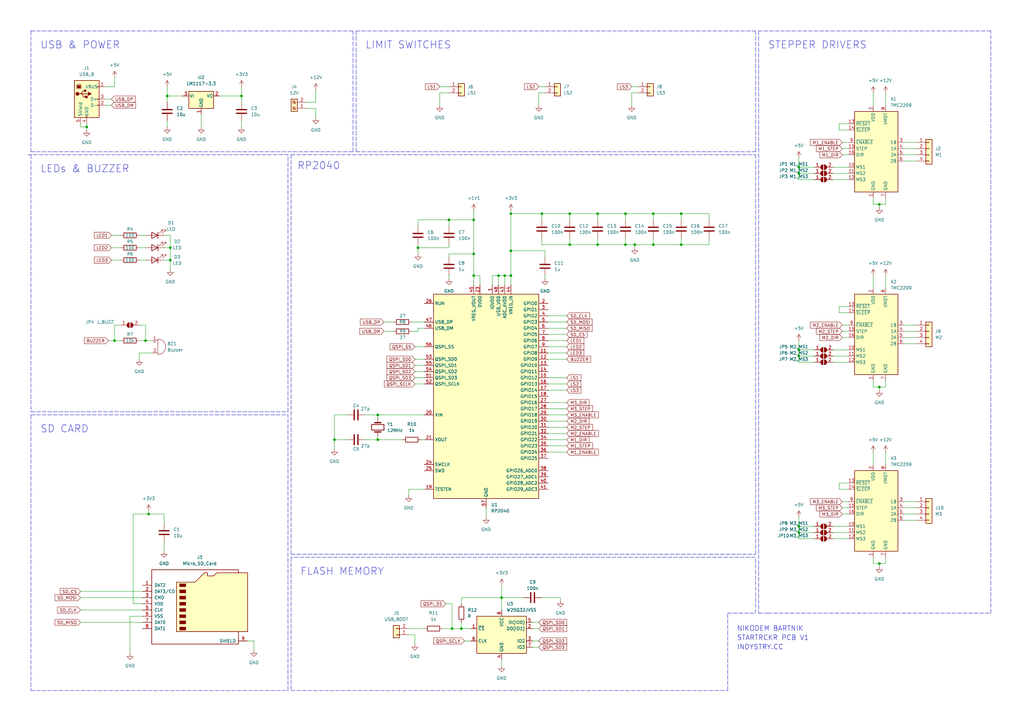
<source format=kicad_sch>
(kicad_sch (version 20211123) (generator eeschema)
  (paper "A3")
  (junction (at 327.66 143.51))
  (junction (at 233.68 100.33))
  (junction (at 209.55 102.87))
  (junction (at 189.23 257.81))
  (junction (at 207.01 113.03))
  (junction (at 222.25 87.63))
  (junction (at 184.15 90.17))
  (junction (at 279.4 100.33))
  (junction (at 185.42 257.81))
  (junction (at 68.58 39.37))
  (junction (at 327.66 218.44))
  (junction (at 35.56 52.07))
  (junction (at 204.47 113.03))
  (junction (at 69.85 101.6))
  (junction (at 267.97 100.33))
  (junction (at 99.06 39.37))
  (junction (at 69.85 106.68))
  (junction (at 46.99 139.7))
  (junction (at 154.94 180.34))
  (junction (at 59.69 139.7))
  (junction (at 245.11 100.33))
  (junction (at 256.54 87.63))
  (junction (at 327.66 215.9))
  (junction (at 256.54 100.33))
  (junction (at 233.68 87.63))
  (junction (at 279.4 87.63))
  (junction (at 267.97 87.63))
  (junction (at 245.11 87.63))
  (junction (at 327.66 68.58))
  (junction (at 360.68 231.14))
  (junction (at 360.68 83.82))
  (junction (at 194.31 104.14))
  (junction (at 60.96 210.82))
  (junction (at 327.66 146.05))
  (junction (at 171.45 101.6))
  (junction (at 205.74 245.11))
  (junction (at 137.16 180.34))
  (junction (at 360.68 158.75))
  (junction (at 154.94 170.18))
  (junction (at 327.66 71.12))
  (junction (at 209.55 113.03))
  (junction (at 194.31 90.17))
  (junction (at 260.35 100.33))
  (junction (at 209.55 87.63))
  (junction (at 194.31 113.03))
  (wire (pts (xy 256.54 87.63) (xy 256.54 90.17)))
  (wire (pts (xy 360.68 83.82) (xy 363.22 83.82)))
  (wire (pts (xy 279.4 97.79) (xy 279.4 100.33)))
  (wire (pts (xy 267.97 87.63) (xy 267.97 90.17)))
  (wire (pts (xy 173.99 200.66) (xy 167.64 200.66)))
  (wire (pts (xy 168.91 132.08) (xy 173.99 132.08)))
  (wire (pts (xy 33.02 255.27) (xy 58.42 255.27)))
  (wire (pts (xy 224.79 137.16) (xy 232.41 137.16)))
  (wire (pts (xy 207.01 113.03) (xy 207.01 116.84)))
  (wire (pts (xy 35.56 50.8) (xy 35.56 52.07)))
  (wire (pts (xy 220.98 35.56) (xy 223.52 35.56)))
  (wire (pts (xy 345.44 208.28) (xy 347.98 208.28)))
  (polyline (pts (xy 298.45 283.21) (xy 298.45 251.46)))
  (wire (pts (xy 196.85 116.84) (xy 196.85 113.03)))
  (wire (pts (xy 129.54 44.45) (xy 129.54 48.26)))
  (wire (pts (xy 33.02 250.19) (xy 58.42 250.19)))
  (wire (pts (xy 327.66 73.66) (xy 327.66 71.12)))
  (wire (pts (xy 167.64 260.35) (xy 170.18 260.35)))
  (wire (pts (xy 44.45 139.7) (xy 46.99 139.7)))
  (wire (pts (xy 33.02 245.11) (xy 58.42 245.11)))
  (wire (pts (xy 157.48 132.08) (xy 161.29 132.08)))
  (wire (pts (xy 222.25 87.63) (xy 233.68 87.63)))
  (polyline (pts (xy 309.88 228.6) (xy 119.38 228.6)))
  (wire (pts (xy 209.55 86.36) (xy 209.55 87.63)))
  (wire (pts (xy 184.15 90.17) (xy 194.31 90.17)))
  (wire (pts (xy 245.11 87.63) (xy 245.11 90.17)))
  (wire (pts (xy 196.85 113.03) (xy 194.31 113.03)))
  (polyline (pts (xy 314.96 251.46) (xy 406.4 251.46)))
  (wire (pts (xy 224.79 139.7) (xy 232.41 139.7)))
  (wire (pts (xy 68.58 35.56) (xy 68.58 39.37)))
  (wire (pts (xy 327.66 71.12) (xy 327.66 68.58)))
  (wire (pts (xy 189.23 245.11) (xy 205.74 245.11)))
  (wire (pts (xy 358.14 185.42) (xy 358.14 190.5)))
  (polyline (pts (xy 12.7 12.7) (xy 12.7 62.23)))
  (polyline (pts (xy 119.38 227.33) (xy 309.88 227.33)))
  (wire (pts (xy 224.79 170.18) (xy 232.41 170.18)))
  (wire (pts (xy 154.94 171.45) (xy 154.94 170.18)))
  (wire (pts (xy 194.31 86.36) (xy 194.31 90.17)))
  (wire (pts (xy 360.68 158.75) (xy 363.22 158.75)))
  (wire (pts (xy 360.68 231.14) (xy 363.22 231.14)))
  (wire (pts (xy 358.14 38.1) (xy 358.14 43.18)))
  (wire (pts (xy 182.88 247.65) (xy 185.42 247.65)))
  (wire (pts (xy 327.66 146.05) (xy 327.66 143.51)))
  (wire (pts (xy 345.44 133.35) (xy 347.98 133.35)))
  (wire (pts (xy 334.01 71.12) (xy 327.66 71.12)))
  (wire (pts (xy 33.02 50.8) (xy 33.02 52.07)))
  (wire (pts (xy 344.17 200.66) (xy 344.17 198.12)))
  (wire (pts (xy 189.23 255.27) (xy 189.23 257.81)))
  (wire (pts (xy 209.55 102.87) (xy 223.52 102.87)))
  (wire (pts (xy 90.17 39.37) (xy 99.06 39.37)))
  (wire (pts (xy 370.84 133.35) (xy 375.92 133.35)))
  (wire (pts (xy 125.73 44.45) (xy 129.54 44.45)))
  (wire (pts (xy 180.34 38.1) (xy 184.15 38.1)))
  (wire (pts (xy 154.94 170.18) (xy 173.99 170.18)))
  (wire (pts (xy 154.94 180.34) (xy 154.94 179.07)))
  (wire (pts (xy 99.06 39.37) (xy 99.06 41.91)))
  (wire (pts (xy 345.44 210.82) (xy 347.98 210.82)))
  (wire (pts (xy 184.15 113.03) (xy 184.15 114.3)))
  (wire (pts (xy 363.22 38.1) (xy 363.22 43.18)))
  (wire (pts (xy 224.79 142.24) (xy 232.41 142.24)))
  (wire (pts (xy 245.11 100.33) (xy 256.54 100.33)))
  (wire (pts (xy 54.61 247.65) (xy 54.61 210.82)))
  (wire (pts (xy 341.63 68.58) (xy 347.98 68.58)))
  (wire (pts (xy 256.54 100.33) (xy 260.35 100.33)))
  (wire (pts (xy 370.84 208.28) (xy 375.92 208.28)))
  (polyline (pts (xy 146.05 12.7) (xy 146.05 62.23)))
  (wire (pts (xy 224.79 132.08) (xy 232.41 132.08)))
  (polyline (pts (xy 12.7 170.18) (xy 118.11 170.18)))
  (wire (pts (xy 245.11 87.63) (xy 256.54 87.63)))
  (wire (pts (xy 229.87 245.11) (xy 229.87 246.38)))
  (wire (pts (xy 69.85 96.52) (xy 69.85 101.6)))
  (wire (pts (xy 370.84 140.97) (xy 375.92 140.97)))
  (wire (pts (xy 67.31 101.6) (xy 69.85 101.6)))
  (polyline (pts (xy 118.11 168.91) (xy 118.11 63.5)))
  (wire (pts (xy 184.15 105.41) (xy 184.15 104.14)))
  (polyline (pts (xy 119.38 63.5) (xy 309.88 63.5)))
  (wire (pts (xy 233.68 97.79) (xy 233.68 100.33)))
  (polyline (pts (xy 119.38 228.6) (xy 119.38 283.21)))
  (wire (pts (xy 341.63 218.44) (xy 347.98 218.44)))
  (wire (pts (xy 327.66 215.9) (xy 327.66 212.09)))
  (wire (pts (xy 279.4 100.33) (xy 267.97 100.33)))
  (wire (pts (xy 224.79 147.32) (xy 232.41 147.32)))
  (wire (pts (xy 171.45 135.89) (xy 171.45 134.62)))
  (wire (pts (xy 345.44 135.89) (xy 347.98 135.89)))
  (wire (pts (xy 33.02 52.07) (xy 35.56 52.07)))
  (wire (pts (xy 224.79 175.26) (xy 232.41 175.26)))
  (wire (pts (xy 170.18 154.94) (xy 173.99 154.94)))
  (wire (pts (xy 224.79 154.94) (xy 232.41 154.94)))
  (wire (pts (xy 170.18 152.4) (xy 173.99 152.4)))
  (polyline (pts (xy 311.15 251.46) (xy 314.96 251.46)))
  (wire (pts (xy 358.14 158.75) (xy 360.68 158.75)))
  (wire (pts (xy 370.84 205.74) (xy 375.92 205.74)))
  (wire (pts (xy 137.16 170.18) (xy 137.16 180.34)))
  (wire (pts (xy 57.15 139.7) (xy 59.69 139.7)))
  (wire (pts (xy 67.31 210.82) (xy 67.31 214.63)))
  (wire (pts (xy 360.68 83.82) (xy 360.68 85.09)))
  (wire (pts (xy 222.25 97.79) (xy 222.25 100.33)))
  (wire (pts (xy 279.4 87.63) (xy 290.83 87.63)))
  (polyline (pts (xy 11.43 63.5) (xy 118.11 63.5)))
  (wire (pts (xy 199.39 208.28) (xy 199.39 212.09)))
  (wire (pts (xy 358.14 156.21) (xy 358.14 158.75)))
  (wire (pts (xy 181.61 257.81) (xy 185.42 257.81)))
  (wire (pts (xy 358.14 113.03) (xy 358.14 118.11)))
  (polyline (pts (xy 309.88 62.23) (xy 309.88 12.7)))
  (wire (pts (xy 334.01 218.44) (xy 327.66 218.44)))
  (wire (pts (xy 224.79 129.54) (xy 232.41 129.54)))
  (wire (pts (xy 347.98 53.34) (xy 344.17 53.34)))
  (wire (pts (xy 341.63 146.05) (xy 347.98 146.05)))
  (wire (pts (xy 194.31 104.14) (xy 194.31 113.03)))
  (wire (pts (xy 279.4 87.63) (xy 279.4 90.17)))
  (wire (pts (xy 334.01 146.05) (xy 327.66 146.05)))
  (wire (pts (xy 347.98 200.66) (xy 344.17 200.66)))
  (wire (pts (xy 267.97 97.79) (xy 267.97 100.33)))
  (wire (pts (xy 68.58 41.91) (xy 68.58 39.37)))
  (wire (pts (xy 334.01 143.51) (xy 327.66 143.51)))
  (wire (pts (xy 189.23 257.81) (xy 193.04 257.81)))
  (wire (pts (xy 207.01 113.03) (xy 209.55 113.03)))
  (wire (pts (xy 57.15 96.52) (xy 59.69 96.52)))
  (wire (pts (xy 327.66 218.44) (xy 327.66 215.9)))
  (wire (pts (xy 290.83 90.17) (xy 290.83 87.63)))
  (polyline (pts (xy 119.38 63.5) (xy 119.38 227.33)))
  (wire (pts (xy 170.18 260.35) (xy 170.18 264.16)))
  (wire (pts (xy 167.64 257.81) (xy 173.99 257.81)))
  (wire (pts (xy 341.63 220.98) (xy 347.98 220.98)))
  (wire (pts (xy 46.99 139.7) (xy 49.53 139.7)))
  (wire (pts (xy 45.72 106.68) (xy 49.53 106.68)))
  (polyline (pts (xy 118.11 283.21) (xy 118.11 170.18)))
  (wire (pts (xy 60.96 209.55) (xy 60.96 210.82)))
  (wire (pts (xy 194.31 90.17) (xy 194.31 104.14)))
  (wire (pts (xy 57.15 144.78) (xy 57.15 147.32)))
  (wire (pts (xy 245.11 97.79) (xy 245.11 100.33)))
  (wire (pts (xy 345.44 138.43) (xy 347.98 138.43)))
  (wire (pts (xy 57.15 106.68) (xy 59.69 106.68)))
  (polyline (pts (xy 146.05 62.23) (xy 309.88 62.23)))
  (wire (pts (xy 224.79 134.62) (xy 232.41 134.62)))
  (wire (pts (xy 233.68 100.33) (xy 245.11 100.33)))
  (wire (pts (xy 137.16 180.34) (xy 137.16 184.15)))
  (wire (pts (xy 157.48 135.89) (xy 161.29 135.89)))
  (wire (pts (xy 62.23 144.78) (xy 57.15 144.78)))
  (wire (pts (xy 171.45 90.17) (xy 171.45 92.71)))
  (wire (pts (xy 344.17 125.73) (xy 347.98 125.73)))
  (wire (pts (xy 194.31 113.03) (xy 194.31 116.84)))
  (wire (pts (xy 125.73 41.91) (xy 129.54 41.91)))
  (wire (pts (xy 129.54 36.83) (xy 129.54 41.91)))
  (wire (pts (xy 53.34 252.73) (xy 58.42 252.73)))
  (wire (pts (xy 170.18 149.86) (xy 173.99 149.86)))
  (wire (pts (xy 168.91 135.89) (xy 171.45 135.89)))
  (wire (pts (xy 171.45 101.6) (xy 171.45 100.33)))
  (wire (pts (xy 205.74 240.03) (xy 205.74 245.11)))
  (wire (pts (xy 205.74 270.51) (xy 205.74 273.05)))
  (wire (pts (xy 142.24 180.34) (xy 137.16 180.34)))
  (wire (pts (xy 363.22 81.28) (xy 363.22 83.82)))
  (wire (pts (xy 209.55 87.63) (xy 209.55 102.87)))
  (wire (pts (xy 201.93 113.03) (xy 204.47 113.03)))
  (wire (pts (xy 184.15 104.14) (xy 194.31 104.14)))
  (wire (pts (xy 256.54 97.79) (xy 256.54 100.33)))
  (wire (pts (xy 370.84 58.42) (xy 375.92 58.42)))
  (wire (pts (xy 370.84 66.04) (xy 375.92 66.04)))
  (wire (pts (xy 260.35 100.33) (xy 260.35 101.6)))
  (wire (pts (xy 334.01 220.98) (xy 327.66 220.98)))
  (polyline (pts (xy 12.7 168.91) (xy 118.11 168.91)))
  (wire (pts (xy 347.98 128.27) (xy 344.17 128.27)))
  (polyline (pts (xy 298.45 251.46) (xy 309.88 251.46)))
  (wire (pts (xy 363.22 185.42) (xy 363.22 190.5)))
  (wire (pts (xy 172.72 180.34) (xy 173.99 180.34)))
  (polyline (pts (xy 146.05 12.7) (xy 309.88 12.7)))
  (wire (pts (xy 185.42 257.81) (xy 189.23 257.81)))
  (wire (pts (xy 67.31 96.52) (xy 69.85 96.52)))
  (wire (pts (xy 189.23 247.65) (xy 189.23 245.11)))
  (wire (pts (xy 204.47 113.03) (xy 207.01 113.03)))
  (wire (pts (xy 218.44 255.27) (xy 220.98 255.27)))
  (wire (pts (xy 363.22 228.6) (xy 363.22 231.14)))
  (wire (pts (xy 171.45 101.6) (xy 171.45 104.14)))
  (wire (pts (xy 224.79 165.1) (xy 232.41 165.1)))
  (polyline (pts (xy 12.7 170.18) (xy 12.7 283.21)))
  (wire (pts (xy 223.52 113.03) (xy 223.52 114.3)))
  (wire (pts (xy 334.01 148.59) (xy 327.66 148.59)))
  (wire (pts (xy 190.5 262.89) (xy 193.04 262.89)))
  (wire (pts (xy 363.22 156.21) (xy 363.22 158.75)))
  (wire (pts (xy 260.35 100.33) (xy 267.97 100.33)))
  (wire (pts (xy 54.61 210.82) (xy 60.96 210.82)))
  (wire (pts (xy 224.79 160.02) (xy 232.41 160.02)))
  (wire (pts (xy 204.47 113.03) (xy 204.47 116.84)))
  (wire (pts (xy 224.79 157.48) (xy 232.41 157.48)))
  (wire (pts (xy 205.74 245.11) (xy 214.63 245.11)))
  (wire (pts (xy 233.68 87.63) (xy 233.68 90.17)))
  (wire (pts (xy 33.02 242.57) (xy 58.42 242.57)))
  (wire (pts (xy 370.84 210.82) (xy 375.92 210.82)))
  (wire (pts (xy 101.6 262.89) (xy 104.14 262.89)))
  (wire (pts (xy 259.08 38.1) (xy 261.62 38.1)))
  (wire (pts (xy 341.63 148.59) (xy 347.98 148.59)))
  (wire (pts (xy 360.68 158.75) (xy 360.68 160.02)))
  (wire (pts (xy 223.52 105.41) (xy 223.52 102.87)))
  (wire (pts (xy 224.79 144.78) (xy 232.41 144.78)))
  (wire (pts (xy 327.66 68.58) (xy 327.66 64.77)))
  (wire (pts (xy 345.44 60.96) (xy 347.98 60.96)))
  (wire (pts (xy 259.08 43.18) (xy 259.08 38.1)))
  (wire (pts (xy 259.08 35.56) (xy 261.62 35.56)))
  (wire (pts (xy 149.86 180.34) (xy 154.94 180.34)))
  (wire (pts (xy 201.93 116.84) (xy 201.93 113.03)))
  (wire (pts (xy 170.18 157.48) (xy 173.99 157.48)))
  (wire (pts (xy 209.55 102.87) (xy 209.55 113.03)))
  (wire (pts (xy 180.34 43.18) (xy 180.34 38.1)))
  (wire (pts (xy 224.79 185.42) (xy 232.41 185.42)))
  (wire (pts (xy 167.64 200.66) (xy 167.64 203.2)))
  (wire (pts (xy 184.15 90.17) (xy 184.15 92.71)))
  (wire (pts (xy 99.06 49.53) (xy 99.06 52.07)))
  (wire (pts (xy 358.14 228.6) (xy 358.14 231.14)))
  (wire (pts (xy 222.25 100.33) (xy 233.68 100.33)))
  (wire (pts (xy 370.84 213.36) (xy 375.92 213.36)))
  (wire (pts (xy 209.55 87.63) (xy 222.25 87.63)))
  (wire (pts (xy 45.72 96.52) (xy 49.53 96.52)))
  (wire (pts (xy 99.06 35.56) (xy 99.06 39.37)))
  (wire (pts (xy 344.17 128.27) (xy 344.17 125.73)))
  (wire (pts (xy 209.55 113.03) (xy 209.55 116.84)))
  (wire (pts (xy 224.79 172.72) (xy 232.41 172.72)))
  (wire (pts (xy 104.14 262.89) (xy 104.14 266.7)))
  (wire (pts (xy 256.54 87.63) (xy 267.97 87.63)))
  (wire (pts (xy 68.58 49.53) (xy 68.58 52.07)))
  (wire (pts (xy 344.17 53.34) (xy 344.17 50.8)))
  (polyline (pts (xy 406.4 251.46) (xy 406.4 12.7)))
  (wire (pts (xy 220.98 38.1) (xy 223.52 38.1)))
  (wire (pts (xy 46.99 35.56) (xy 46.99 31.75)))
  (wire (pts (xy 69.85 106.68) (xy 69.85 110.49)))
  (wire (pts (xy 358.14 231.14) (xy 360.68 231.14)))
  (wire (pts (xy 334.01 215.9) (xy 327.66 215.9)))
  (wire (pts (xy 267.97 87.63) (xy 279.4 87.63)))
  (polyline (pts (xy 119.38 283.21) (xy 298.45 283.21)))
  (wire (pts (xy 224.79 177.8) (xy 232.41 177.8)))
  (polyline (pts (xy 309.88 227.33) (xy 309.88 63.5)))
  (wire (pts (xy 59.69 139.7) (xy 62.23 139.7)))
  (wire (pts (xy 205.74 245.11) (xy 205.74 250.19)))
  (polyline (pts (xy 12.7 62.23) (xy 144.78 62.23)))
  (wire (pts (xy 224.79 167.64) (xy 232.41 167.64)))
  (wire (pts (xy 327.66 148.59) (xy 327.66 146.05)))
  (wire (pts (xy 370.84 135.89) (xy 375.92 135.89)))
  (wire (pts (xy 185.42 247.65) (xy 185.42 257.81)))
  (wire (pts (xy 360.68 231.14) (xy 360.68 232.41)))
  (wire (pts (xy 46.99 133.35) (xy 49.53 133.35)))
  (wire (pts (xy 224.79 180.34) (xy 232.41 180.34)))
  (wire (pts (xy 345.44 58.42) (xy 347.98 58.42)))
  (wire (pts (xy 60.96 210.82) (xy 67.31 210.82)))
  (wire (pts (xy 345.44 205.74) (xy 347.98 205.74)))
  (wire (pts (xy 57.15 101.6) (xy 59.69 101.6)))
  (wire (pts (xy 57.15 133.35) (xy 59.69 133.35)))
  (wire (pts (xy 345.44 63.5) (xy 347.98 63.5)))
  (wire (pts (xy 165.1 180.34) (xy 154.94 180.34)))
  (wire (pts (xy 43.18 40.64) (xy 45.72 40.64)))
  (wire (pts (xy 370.84 60.96) (xy 375.92 60.96)))
  (wire (pts (xy 68.58 39.37) (xy 74.93 39.37)))
  (polyline (pts (xy 12.7 283.21) (xy 118.11 283.21)))
  (wire (pts (xy 67.31 222.25) (xy 67.31 226.06)))
  (wire (pts (xy 45.72 101.6) (xy 49.53 101.6)))
  (polyline (pts (xy 144.78 62.23) (xy 144.78 12.7)))
  (wire (pts (xy 184.15 100.33) (xy 184.15 101.6)))
  (wire (pts (xy 170.18 147.32) (xy 173.99 147.32)))
  (wire (pts (xy 370.84 63.5) (xy 375.92 63.5)))
  (wire (pts (xy 220.98 43.18) (xy 220.98 38.1)))
  (wire (pts (xy 222.25 87.63) (xy 222.25 90.17)))
  (wire (pts (xy 218.44 265.43) (xy 220.98 265.43)))
  (wire (pts (xy 184.15 101.6) (xy 171.45 101.6)))
  (wire (pts (xy 218.44 262.89) (xy 220.98 262.89)))
  (wire (pts (xy 170.18 142.24) (xy 173.99 142.24)))
  (wire (pts (xy 341.63 143.51) (xy 347.98 143.51)))
  (wire (pts (xy 43.18 43.18) (xy 45.72 43.18)))
  (wire (pts (xy 171.45 134.62) (xy 173.99 134.62)))
  (wire (pts (xy 82.55 46.99) (xy 82.55 52.07)))
  (wire (pts (xy 341.63 215.9) (xy 347.98 215.9)))
  (wire (pts (xy 43.18 35.56) (xy 46.99 35.56)))
  (wire (pts (xy 344.17 198.12) (xy 347.98 198.12)))
  (wire (pts (xy 370.84 138.43) (xy 375.92 138.43)))
  (wire (pts (xy 171.45 90.17) (xy 184.15 90.17)))
  (wire (pts (xy 279.4 100.33) (xy 290.83 100.33)))
  (wire (pts (xy 222.25 245.11) (xy 229.87 245.11)))
  (polyline (pts (xy 12.7 12.7) (xy 144.78 12.7)))
  (wire (pts (xy 67.31 106.68) (xy 69.85 106.68)))
  (polyline (pts (xy 309.88 251.46) (xy 309.88 228.6)))
  (wire (pts (xy 224.79 182.88) (xy 232.41 182.88)))
  (wire (pts (xy 69.85 101.6) (xy 69.85 106.68)))
  (wire (pts (xy 327.66 143.51) (xy 327.66 139.7)))
  (wire (pts (xy 180.34 35.56) (xy 184.15 35.56)))
  (wire (pts (xy 46.99 133.35) (xy 46.99 139.7)))
  (polyline (pts (xy 12.7 63.5) (xy 12.7 168.91)))
  (wire (pts (xy 358.14 81.28) (xy 358.14 83.82)))
  (wire (pts (xy 142.24 170.18) (xy 137.16 170.18)))
  (wire (pts (xy 35.56 52.07) (xy 35.56 53.34)))
  (wire (pts (xy 334.01 73.66) (xy 327.66 73.66)))
  (wire (pts (xy 341.63 73.66) (xy 347.98 73.66)))
  (polyline (pts (xy 311.15 12.7) (xy 311.15 251.46)))
  (wire (pts (xy 363.22 113.03) (xy 363.22 118.11)))
  (wire (pts (xy 341.63 71.12) (xy 347.98 71.12)))
  (polyline (pts (xy 406.4 12.7) (xy 311.15 12.7)))
  (wire (pts (xy 218.44 257.81) (xy 220.98 257.81)))
  (wire (pts (xy 53.34 267.97) (xy 53.34 252.73)))
  (wire (pts (xy 334.01 68.58) (xy 327.66 68.58)))
  (wire (pts (xy 344.17 50.8) (xy 347.98 50.8)))
  (wire (pts (xy 327.66 220.98) (xy 327.66 218.44)))
  (wire (pts (xy 149.86 170.18) (xy 154.94 170.18)))
  (wire (pts (xy 59.69 133.35) (xy 59.69 139.7)))
  (wire (pts (xy 233.68 87.63) (xy 245.11 87.63)))
  (wire (pts (xy 58.42 247.65) (xy 54.61 247.65)))
  (wire (pts (xy 290.83 97.79) (xy 290.83 100.33)))
  (wire (pts (xy 358.14 83.82) (xy 360.68 83.82)))
  (text "STARTRCKR PCB V1" (at 302.26 262.89 0) (effects (font (size 2 2)) (justify left bottom)))
  (text "LIMIT SWITCHES" (at 149.86 20.32 0) (effects (font (size 3 3)) (justify left bottom)))
  (text "NIKODEM BARTNIK" (at 302.26 259.08 0) (effects (font (size 2 2)) (justify left bottom)))
  (text "INDYSTRY.CC" (at 302.26 266.7 0) (effects (font (size 2 2)) (justify left bottom)))
  (text "FLASH MEMORY\n" (at 123.19 236.22 0) (effects (font (size 3 3)) (justify left bottom)))
  (text "STEPPER DRIVERS" (at 314.96 20.32 0) (effects (font (size 3 3)) (justify left bottom)))
  (text "LEDs & BUZZER" (at 16.51 71.12 0) (effects (font (size 3 3)) (justify left bottom)))
  (text "USB & POWER" (at 16.51 20.32 0) (effects (font (size 3 3)) (justify left bottom)))
  (text "RP2040" (at 121.92 69.85 0) (effects (font (size 3 3)) (justify left bottom)))
  (text "SD CARD" (at 16.51 177.8 0) (effects (font (size 3 3)) (justify left bottom)))
  (global_label "M2_ENABLE" (shape input) (at 345.44 133.35 180) (property "Intersheet References" "${INTERSHEET_REFS}" (effects hide)))
  (global_label "QSPI_SD0" (shape input) (at 220.98 255.27 0) (property "Intersheet References" "${INTERSHEET_REFS}" (effects hide)))
  (global_label "QSPI_SCLK" (shape input) (at 170.18 157.48 180) (property "Intersheet References" "${INTERSHEET_REFS}" (effects hide)))
  (global_label "LED2" (shape input) (at 45.72 101.6 180) (property "Intersheet References" "${INTERSHEET_REFS}" (effects hide)))
  (global_label "QSPI_SD2" (shape input) (at 170.18 152.4 180) (property "Intersheet References" "${INTERSHEET_REFS}" (effects hide)))
  (global_label "QSPI_SD0" (shape input) (at 170.18 147.32 180) (property "Intersheet References" "${INTERSHEET_REFS}" (effects hide)))
  (global_label "SD_MOSI" (shape input) (at 232.41 132.08 0) (property "Intersheet References" "${INTERSHEET_REFS}" (effects hide)))
  (global_label "M1_DIR" (shape input) (at 345.44 63.5 180) (property "Intersheet References" "${INTERSHEET_REFS}" (effects hide)))
  (global_label "BUZZER" (shape input) (at 44.45 139.7 180) (property "Intersheet References" "${INTERSHEET_REFS}" (effects hide)))
  (global_label "M1_STEP" (shape input) (at 232.41 182.88 0) (property "Intersheet References" "${INTERSHEET_REFS}" (effects hide)))
  (global_label "SD_MISO" (shape input) (at 33.02 255.27 180) (property "Intersheet References" "${INTERSHEET_REFS}" (effects hide)))
  (global_label "LS3" (shape input) (at 259.08 35.56 180) (property "Intersheet References" "${INTERSHEET_REFS}" (effects hide)))
  (global_label "LED2" (shape input) (at 232.41 142.24 0) (property "Intersheet References" "${INTERSHEET_REFS}" (effects hide)))
  (global_label "M3_ENABLE" (shape input) (at 345.44 205.74 180) (property "Intersheet References" "${INTERSHEET_REFS}" (effects hide)))
  (global_label "USB_DP" (shape input) (at 45.72 40.64 0) (property "Intersheet References" "${INTERSHEET_REFS}" (effects hide)))
  (global_label "USB_DP" (shape input) (at 157.48 132.08 180) (property "Intersheet References" "${INTERSHEET_REFS}" (effects hide)))
  (global_label "M3_STEP" (shape input) (at 232.41 167.64 0) (property "Intersheet References" "${INTERSHEET_REFS}" (effects hide)))
  (global_label "QSPI_SCLK" (shape input) (at 190.5 262.89 180) (property "Intersheet References" "${INTERSHEET_REFS}" (effects hide)))
  (global_label "M3_ENABLE" (shape input) (at 232.41 170.18 0) (property "Intersheet References" "${INTERSHEET_REFS}" (effects hide)))
  (global_label "QSPI_SS" (shape input) (at 182.88 247.65 180) (property "Intersheet References" "${INTERSHEET_REFS}" (effects hide)))
  (global_label "M2_STEP" (shape input) (at 232.41 175.26 0) (property "Intersheet References" "${INTERSHEET_REFS}" (effects hide)))
  (global_label "M1_ENABLE" (shape input) (at 345.44 58.42 180) (property "Intersheet References" "${INTERSHEET_REFS}" (effects hide)))
  (global_label "LED1" (shape input) (at 232.41 139.7 0) (property "Intersheet References" "${INTERSHEET_REFS}" (effects hide)))
  (global_label "M1_DIR" (shape input) (at 232.41 180.34 0) (property "Intersheet References" "${INTERSHEET_REFS}" (effects hide)))
  (global_label "BUZZER" (shape input) (at 232.41 147.32 0) (property "Intersheet References" "${INTERSHEET_REFS}" (effects hide)))
  (global_label "USB_DM" (shape input) (at 45.72 43.18 0) (property "Intersheet References" "${INTERSHEET_REFS}" (effects hide)))
  (global_label "QSPI_SD3" (shape input) (at 220.98 265.43 0) (property "Intersheet References" "${INTERSHEET_REFS}" (effects hide)))
  (global_label "LED3" (shape input) (at 232.41 144.78 0) (property "Intersheet References" "${INTERSHEET_REFS}" (effects hide)))
  (global_label "M3_STEP" (shape input) (at 345.44 208.28 180) (property "Intersheet References" "${INTERSHEET_REFS}" (effects hide)))
  (global_label "QSPI_SD3" (shape input) (at 170.18 154.94 180) (property "Intersheet References" "${INTERSHEET_REFS}" (effects hide)))
  (global_label "M2_ENABLE" (shape input) (at 232.41 177.8 0) (property "Intersheet References" "${INTERSHEET_REFS}" (effects hide)))
  (global_label "M2_STEP" (shape input) (at 345.44 135.89 180) (property "Intersheet References" "${INTERSHEET_REFS}" (effects hide)))
  (global_label "SD_MISO" (shape input) (at 232.41 134.62 0) (property "Intersheet References" "${INTERSHEET_REFS}" (effects hide)))
  (global_label "LS1" (shape input) (at 232.41 154.94 0) (property "Intersheet References" "${INTERSHEET_REFS}" (effects hide)))
  (global_label "USB_DM" (shape input) (at 157.48 135.89 180) (property "Intersheet References" "${INTERSHEET_REFS}" (effects hide)))
  (global_label "LS1" (shape input) (at 180.34 35.56 180) (property "Intersheet References" "${INTERSHEET_REFS}" (effects hide)))
  (global_label "SD_CLK" (shape input) (at 232.41 129.54 0) (property "Intersheet References" "${INTERSHEET_REFS}" (effects hide)))
  (global_label "M2_DIR" (shape input) (at 232.41 172.72 0) (property "Intersheet References" "${INTERSHEET_REFS}" (effects hide)))
  (global_label "SD_CS" (shape input) (at 232.41 137.16 0) (property "Intersheet References" "${INTERSHEET_REFS}" (effects hide)))
  (global_label "LS3" (shape input) (at 232.41 160.02 0) (property "Intersheet References" "${INTERSHEET_REFS}" (effects hide)))
  (global_label "QSPI_SD1" (shape input) (at 170.18 149.86 180) (property "Intersheet References" "${INTERSHEET_REFS}" (effects hide)))
  (global_label "LS2" (shape input) (at 220.98 35.56 180) (property "Intersheet References" "${INTERSHEET_REFS}" (effects hide)))
  (global_label "SD_CLK" (shape input) (at 33.02 250.19 180) (property "Intersheet References" "${INTERSHEET_REFS}" (effects hide)))
  (global_label "SD_CS" (shape input) (at 33.02 242.57 180) (property "Intersheet References" "${INTERSHEET_REFS}" (effects hide)))
  (global_label "LED3" (shape input) (at 45.72 106.68 180) (property "Intersheet References" "${INTERSHEET_REFS}" (effects hide)))
  (global_label "M2_DIR" (shape input) (at 345.44 138.43 180) (property "Intersheet References" "${INTERSHEET_REFS}" (effects hide)))
  (global_label "QSPI_SD1" (shape input) (at 220.98 257.81 0) (property "Intersheet References" "${INTERSHEET_REFS}" (effects hide)))
  (global_label "QSPI_SD2" (shape input) (at 220.98 262.89 0) (property "Intersheet References" "${INTERSHEET_REFS}" (effects hide)))
  (global_label "M3_DIR" (shape input) (at 232.41 165.1 0) (property "Intersheet References" "${INTERSHEET_REFS}" (effects hide)))
  (global_label "M3_DIR" (shape input) (at 345.44 210.82 180) (property "Intersheet References" "${INTERSHEET_REFS}" (effects hide)))
  (global_label "SD_MOSI" (shape input) (at 33.02 245.11 180) (property "Intersheet References" "${INTERSHEET_REFS}" (effects hide)))
  (global_label "LED1" (shape input) (at 45.72 96.52 180) (property "Intersheet References" "${INTERSHEET_REFS}" (effects hide)))
  (global_label "QSPI_SS" (shape input) (at 170.18 142.24 180) (property "Intersheet References" "${INTERSHEET_REFS}" (effects hide)))
  (global_label "M1_STEP" (shape input) (at 345.44 60.96 180) (property "Intersheet References" "${INTERSHEET_REFS}" (effects hide)))
  (global_label "M1_ENABLE" (shape input) (at 232.41 185.42 0) (property "Intersheet References" "${INTERSHEET_REFS}" (effects hide)))
  (global_label "LS2" (shape input) (at 232.41 157.48 0) (property "Intersheet References" "${INTERSHEET_REFS}" (effects hide)))
  (symbol (lib_id "Connector_Generic:Conn_01x04") (at 381 208.28 0) (unit 1)
    (property "Reference" "J10" (at 383.54 208.2799 0) (effects (justify left)))
    (property "Value" "M3" (at 383.54 210.8199 0) (effects (justify left)))
    (property "Footprint" "Connector_JST:JST_XH_B4B-XH-A_1x04_P2.50mm_Vertical" (effects hide))
  )
  (symbol (lib_id "power:GND") (at 199.39 212.09 0) (unit 1)
    (property "Reference" "#PWR0141" (effects hide))
    (property "Value" "GND" (at 199.39 217.17 0))
  )
  (symbol (lib_id "power:GND") (at 68.58 52.07 0) (unit 1)
    (property "Reference" "#PWR0129" (effects hide))
    (property "Value" "GND" (at 68.58 57.15 0))
  )
  (symbol (lib_id "Device:Buzzer") (at 64.77 142.24 0) (unit 1)
    (property "Reference" "BZ1" (at 68.58 140.9699 0) (effects (justify left)))
    (property "Value" "Buzzer" (at 68.58 143.5099 0) (effects (justify left)))
    (property "Footprint" "Buzzer_Beeper:Buzzer_12x9.5RM7.6" (effects hide))
  )
  (symbol (lib_id "power:GND") (at 260.35 101.6 0) (unit 1)
    (property "Reference" "#PWR0102" (effects hide))
    (property "Value" "GND" (at 260.35 106.68 0))
  )
  (symbol (lib_id "Device:C") (at 267.97 93.98 0) (unit 1)
    (property "Reference" "C15" (at 271.78 92.7099 0) (effects (justify left)))
    (property "Value" "100n" (at 271.78 95.2499 0) (effects (justify left)))
    (property "Footprint" "Capacitor_SMD:C_0603_1608Metric_Pad1.08x0.95mm_HandSolder" (effects hide))
  )
  (symbol (lib_id "Device:R") (at 165.1 132.08 90) (unit 1)
    (property "Reference" "R8" (at 165.1 132.08 90))
    (property "Value" "27" (at 165.1 129.54 90))
    (property "Footprint" "Resistor_SMD:R_0603_1608Metric_Pad0.98x0.95mm_HandSolder" (effects hide))
  )
  (symbol (lib_id "Jumper:SolderJumper_2_Open") (at 337.82 73.66 0) (unit 1)
    (property "Reference" "JP3" (at 321.31 72.39 0))
    (property "Value" "M1_MS3" (at 327.66 72.39 0))
    (property "Footprint" "Jumper:SolderJumper-2_P1.3mm_Open_Pad1.0x1.5mm" (effects hide))
  )
  (symbol (lib_id "Device:LED") (at 63.5 101.6 180) (unit 1)
    (property "Reference" "D2" (at 72.7075 99.06 0))
    (property "Value" "LED" (at 72.7075 101.6 0))
    (property "Footprint" "LED_SMD:LED_0805_2012Metric_Pad1.15x1.40mm_HandSolder" (effects hide))
  )
  (symbol (lib_id "power:GND") (at 180.34 43.18 0) (unit 1)
    (property "Reference" "#PWR0142" (effects hide))
    (property "Value" "GND" (at 180.34 48.26 0))
  )
  (symbol (lib_id "Device:C") (at 67.31 218.44 0) (unit 1)
    (property "Reference" "C1" (at 71.12 217.1699 0) (effects (justify left)))
    (property "Value" "10u" (at 71.12 219.7099 0) (effects (justify left)))
    (property "Footprint" "Capacitor_SMD:C_0603_1608Metric_Pad1.08x0.95mm_HandSolder" (effects hide))
  )
  (symbol (lib_id "Driver_Motor:Pololu_Breakout_A4988") (at 358.14 60.96 0) (unit 1)
    (property "Reference" "A1" (at 365.2394 40.64 0) (effects (justify left)))
    (property "Value" "TMC2209" (at 365.2394 43.18 0) (effects (justify left)))
    (property "Footprint" "Module:Pololu_Breakout-16_15.2x20.3mm" (effects hide))
    (property "Datasheet" "https://www.pololu.com/product/2980/pictures" (effects hide))
  )
  (symbol (lib_id "Device:R") (at 53.34 96.52 270) (unit 1)
    (property "Reference" "R4" (at 53.34 93.98 90))
    (property "Value" "100" (at 53.34 96.52 90))
    (property "Footprint" "Resistor_SMD:R_0603_1608Metric_Pad0.98x0.95mm_HandSolder" (effects hide))
  )
  (symbol (lib_id "power:GND") (at 360.68 85.09 0) (unit 1)
    (property "Reference" "#PWR0103" (effects hide))
    (property "Value" "GND" (at 360.68 90.17 0))
  )
  (symbol (lib_id "Device:C") (at 68.58 45.72 0) (unit 1)
    (property "Reference" "C2" (at 72.39 44.4499 0) (effects (justify left)))
    (property "Value" "10u" (at 72.39 46.9899 0) (effects (justify left)))
    (property "Footprint" "Capacitor_SMD:C_0603_1608Metric_Pad1.08x0.95mm_HandSolder" (effects hide))
  )
  (symbol (lib_id "power:GND") (at 129.54 48.26 0) (unit 1)
    (property "Reference" "#PWR0131" (effects hide))
    (property "Value" "GND" (at 129.54 53.34 0))
  )
  (symbol (lib_id "power:+12V") (at 363.22 185.42 0) (unit 1)
    (property "Reference" "#PWR0115" (effects hide))
    (property "Value" "+12V" (at 363.22 180.34 0))
  )
  (symbol (lib_id "power:+12V") (at 363.22 113.03 0) (unit 1)
    (property "Reference" "#PWR0118" (effects hide))
    (property "Value" "+12V" (at 363.22 107.95 0))
  )
  (symbol (lib_id "Jumper:SolderJumper_2_Open") (at 337.82 215.9 0) (unit 1)
    (property "Reference" "JP8" (at 321.31 214.63 0))
    (property "Value" "M3_MS1" (at 327.66 214.63 0))
    (property "Footprint" "Jumper:SolderJumper-2_P1.3mm_Open_Pad1.0x1.5mm" (effects hide))
  )
  (symbol (lib_id "Device:R") (at 189.23 251.46 180) (unit 1)
    (property "Reference" "R12" (at 191.77 250.1899 0) (effects (justify right)))
    (property "Value" "R" (at 191.77 252.7299 0) (effects (justify right)))
    (property "Footprint" "Resistor_SMD:R_0603_1608Metric_Pad0.98x0.95mm_HandSolder" (effects hide))
  )
  (symbol (lib_id "bartnik:USB_B") (at 35.56 40.64 0) (unit 1)
    (property "Reference" "J1" (at 35.56 27.94 0))
    (property "Value" "USB_B" (at 35.56 30.48 0))
    (property "Footprint" "bartnik:U-USBBR04P-F000" (effects hide))
  )
  (symbol (lib_id "Device:LED") (at 63.5 96.52 180) (unit 1)
    (property "Reference" "D1" (at 70.1675 91.44 0))
    (property "Value" "LED" (at 70.1675 93.98 0))
    (property "Footprint" "LED_SMD:LED_0805_2012Metric_Pad1.15x1.40mm_HandSolder" (effects hide))
  )
  (symbol (lib_id "Connector_Generic:Conn_01x02") (at 228.6 35.56 0) (unit 1)
    (property "Reference" "J7" (at 231.14 35.5599 0) (effects (justify left)))
    (property "Value" "LS2" (at 231.14 38.0999 0) (effects (justify left)))
    (property "Footprint" "Connector_PinSocket_2.54mm:PinSocket_1x02_P2.54mm_Vertical" (effects hide))
  )
  (symbol (lib_id "power:+3V3") (at 209.55 86.36 0) (unit 1)
    (property "Reference" "#PWR0109" (effects hide))
    (property "Value" "+3V3" (at 209.55 81.28 0))
  )
  (symbol (lib_id "Device:C") (at 146.05 170.18 90) (unit 1)
    (property "Reference" "C4" (at 146.05 166.37 90))
    (property "Value" "27p" (at 149.86 167.64 90))
    (property "Footprint" "Capacitor_SMD:C_0603_1608Metric_Pad1.08x0.95mm_HandSolder" (effects hide))
  )
  (symbol (lib_id "power:GND") (at 171.45 104.14 0) (unit 1)
    (property "Reference" "#PWR0107" (effects hide))
    (property "Value" "GND" (at 171.45 109.22 0))
  )
  (symbol (lib_id "power:GND") (at 167.64 203.2 0) (unit 1)
    (property "Reference" "#PWR0140" (effects hide))
    (property "Value" "GND" (at 167.64 208.28 0))
  )
  (symbol (lib_id "power:+5V") (at 68.58 35.56 0) (unit 1)
    (property "Reference" "#PWR0132" (effects hide))
    (property "Value" "+5V" (at 68.58 30.48 0))
  )
  (symbol (lib_id "power:GND") (at 104.14 266.7 0) (unit 1)
    (property "Reference" "#PWR0122" (effects hide))
    (property "Value" "GND" (at 104.14 271.78 0))
  )
  (symbol (lib_id "Device:C") (at 146.05 180.34 90) (unit 1)
    (property "Reference" "C5" (at 146.05 184.15 90))
    (property "Value" "27p" (at 149.86 182.88 90))
    (property "Footprint" "Capacitor_SMD:C_0603_1608Metric_Pad1.08x0.95mm_HandSolder" (effects hide))
  )
  (symbol (lib_id "Device:R") (at 177.8 257.81 90) (unit 1)
    (property "Reference" "R11" (at 177.8 251.46 90))
    (property "Value" "1k" (at 177.8 254 90))
    (property "Footprint" "Resistor_SMD:R_0603_1608Metric_Pad0.98x0.95mm_HandSolder" (effects hide))
  )
  (symbol (lib_id "power:+5V") (at 46.99 31.75 0) (unit 1)
    (property "Reference" "#PWR0133" (effects hide))
    (property "Value" "+5V" (at 46.99 26.67 0))
  )
  (symbol (lib_id "Jumper:SolderJumper_2_Open") (at 337.82 143.51 0) (unit 1)
    (property "Reference" "JP5" (at 321.31 142.24 0))
    (property "Value" "M2_MS1" (at 327.66 142.24 0))
    (property "Footprint" "Jumper:SolderJumper-2_P1.3mm_Open_Pad1.0x1.5mm" (effects hide))
  )
  (symbol (lib_id "Jumper:SolderJumper_2_Open") (at 337.82 71.12 0) (unit 1)
    (property "Reference" "JP2" (at 321.31 69.85 0))
    (property "Value" "M1_MS2" (at 327.66 69.85 0))
    (property "Footprint" "Jumper:SolderJumper-2_P1.3mm_Open_Pad1.0x1.5mm" (effects hide))
  )
  (symbol (lib_id "power:GND") (at 53.34 267.97 0) (unit 1)
    (property "Reference" "#PWR0120" (effects hide))
    (property "Value" "GND" (at 53.34 273.05 0))
  )
  (symbol (lib_id "power:GND") (at 184.15 114.3 0) (unit 1)
    (property "Reference" "#PWR0108" (effects hide))
    (property "Value" "GND" (at 184.15 119.38 0))
  )
  (symbol (lib_id "Jumper:SolderJumper_2_Open") (at 337.82 146.05 0) (unit 1)
    (property "Reference" "JP6" (at 321.31 144.78 0))
    (property "Value" "M2_MS2" (at 327.66 144.78 0))
    (property "Footprint" "Jumper:SolderJumper-2_P1.3mm_Open_Pad1.0x1.5mm" (effects hide))
  )
  (symbol (lib_id "Device:C") (at 245.11 93.98 0) (unit 1)
    (property "Reference" "C13" (at 248.92 92.7099 0) (effects (justify left)))
    (property "Value" "100n" (at 248.92 95.2499 0) (effects (justify left)))
    (property "Footprint" "Capacitor_SMD:C_0603_1608Metric_Pad1.08x0.95mm_HandSolder" (effects hide))
  )
  (symbol (lib_id "Driver_Motor:Pololu_Breakout_A4988") (at 358.14 135.89 0) (unit 1)
    (property "Reference" "A2" (at 365.2394 115.57 0) (effects (justify left)))
    (property "Value" "TMC2209" (at 365.2394 118.11 0) (effects (justify left)))
    (property "Footprint" "Module:Pololu_Breakout-16_15.2x20.3mm" (effects hide))
    (property "Datasheet" "https://www.pololu.com/product/2980/pictures" (effects hide))
  )
  (symbol (lib_id "power:GND") (at 229.87 246.38 0) (unit 1)
    (property "Reference" "#PWR0124" (effects hide))
    (property "Value" "GND" (at 229.87 251.46 0))
  )
  (symbol (lib_id "power:GND") (at 223.52 114.3 0) (unit 1)
    (property "Reference" "#PWR0106" (effects hide))
    (property "Value" "GND" (at 223.52 119.38 0))
  )
  (symbol (lib_id "power:+12V") (at 129.54 36.83 0) (unit 1)
    (property "Reference" "#PWR0130" (effects hide))
    (property "Value" "+12V" (at 129.54 31.75 0))
  )
  (symbol (lib_id "power:+3V3") (at 60.96 209.55 0) (unit 1)
    (property "Reference" "#PWR0123" (effects hide))
    (property "Value" "+3V3" (at 60.96 204.47 0))
  )
  (symbol (lib_id "power:GND") (at 205.74 273.05 0) (unit 1)
    (property "Reference" "#PWR0125" (effects hide))
    (property "Value" "GND" (at 205.74 278.13 0))
  )
  (symbol (lib_id "power:+5V") (at 358.14 38.1 0) (unit 1)
    (property "Reference" "#PWR0104" (effects hide))
    (property "Value" "+5V" (at 358.14 33.02 0))
  )
  (symbol (lib_id "Device:C") (at 290.83 93.98 0) (unit 1)
    (property "Reference" "C17" (at 294.64 92.7099 0) (effects (justify left)))
    (property "Value" "100n" (at 294.64 95.2499 0) (effects (justify left)))
    (property "Footprint" "Capacitor_SMD:C_0603_1608Metric_Pad1.08x0.95mm_HandSolder" (effects hide))
  )
  (symbol (lib_id "Device:C") (at 279.4 93.98 0) (unit 1)
    (property "Reference" "C16" (at 283.21 92.7099 0) (effects (justify left)))
    (property "Value" "100n" (at 283.21 95.2499 0) (effects (justify left)))
    (property "Footprint" "Capacitor_SMD:C_0603_1608Metric_Pad1.08x0.95mm_HandSolder" (effects hide))
  )
  (symbol (lib_id "power:GND") (at 67.31 226.06 0) (unit 1)
    (property "Reference" "#PWR0121" (effects hide))
    (property "Value" "GND" (at 67.31 231.14 0))
  )
  (symbol (lib_id "Device:C") (at 184.15 96.52 0) (unit 1)
    (property "Reference" "C7" (at 187.96 95.2499 0) (effects (justify left)))
    (property "Value" "100n" (at 187.96 97.7899 0) (effects (justify left)))
    (property "Footprint" "Capacitor_SMD:C_0603_1608Metric_Pad1.08x0.95mm_HandSolder" (effects hide))
  )
  (symbol (lib_id "power:+5V") (at 327.66 212.09 0) (unit 1)
    (property "Reference" "#PWR0113" (effects hide))
    (property "Value" "+5V" (at 327.66 207.01 0))
  )
  (symbol (lib_id "Driver_Motor:Pololu_Breakout_A4988") (at 358.14 208.28 0) (unit 1)
    (property "Reference" "A3" (at 365.2394 187.96 0) (effects (justify left)))
    (property "Value" "TMC2209" (at 365.2394 190.5 0) (effects (justify left)))
    (property "Footprint" "Module:Pololu_Breakout-16_15.2x20.3mm" (effects hide))
    (property "Datasheet" "https://www.pololu.com/product/2980/pictures" (effects hide))
  )
  (symbol (lib_id "power:GND") (at 360.68 160.02 0) (unit 1)
    (property "Reference" "#PWR0116" (effects hide))
    (property "Value" "GND" (at 360.68 165.1 0))
  )
  (symbol (lib_id "Device:C") (at 184.15 109.22 0) (unit 1)
    (property "Reference" "C8" (at 187.96 107.9499 0) (effects (justify left)))
    (property "Value" "1u" (at 187.96 110.4899 0) (effects (justify left)))
    (property "Footprint" "Capacitor_SMD:C_0603_1608Metric_Pad1.08x0.95mm_HandSolder" (effects hide))
  )
  (symbol (lib_id "power:+5V") (at 327.66 139.7 0) (unit 1)
    (property "Reference" "#PWR0111" (effects hide))
    (property "Value" "+5V" (at 327.66 134.62 0))
  )
  (symbol (lib_id "Device:C") (at 171.45 96.52 0) (unit 1)
    (property "Reference" "C6" (at 175.26 95.2499 0) (effects (justify left)))
    (property "Value" "100n" (at 175.26 97.7899 0) (effects (justify left)))
    (property "Footprint" "Capacitor_SMD:C_0603_1608Metric_Pad1.08x0.95mm_HandSolder" (effects hide))
  )
  (symbol (lib_id "power:GND") (at 137.16 184.15 0) (unit 1)
    (property "Reference" "#PWR0139" (effects hide))
    (property "Value" "GND" (at 137.16 189.23 0))
  )
  (symbol (lib_id "Jumper:SolderJumper_2_Open") (at 337.82 218.44 0) (unit 1)
    (property "Reference" "JP9" (at 321.31 217.17 0))
    (property "Value" "M3_MS2" (at 327.66 217.17 0))
    (property "Footprint" "Jumper:SolderJumper-2_P1.3mm_Open_Pad1.0x1.5mm" (effects hide))
  )
  (symbol (lib_id "Connector:Screw_Terminal_01x02") (at 120.65 44.45 180) (unit 1)
    (property "Reference" "J4" (at 120.65 35.56 0))
    (property "Value" "12V" (at 120.65 38.1 0))
    (property "Footprint" "TerminalBlock:TerminalBlock_bornier-2_P5.08mm" (effects hide))
  )
  (symbol (lib_id "power:+5V") (at 327.66 64.77 0) (unit 1)
    (property "Reference" "#PWR0101" (effects hide))
    (property "Value" "+5V" (at 327.66 59.69 0))
  )
  (symbol (lib_id "Connector_Generic:Conn_01x02") (at 266.7 35.56 0) (unit 1)
    (property "Reference" "J8" (at 269.24 35.5599 0) (effects (justify left)))
    (property "Value" "LS3" (at 269.24 38.0999 0) (effects (justify left)))
    (property "Footprint" "Connector_PinSocket_2.54mm:PinSocket_1x02_P2.54mm_Vertical" (effects hide))
  )
  (symbol (lib_id "Jumper:SolderJumper_2_Open") (at 337.82 148.59 0) (unit 1)
    (property "Reference" "JP7" (at 321.31 147.32 0))
    (property "Value" "M2_MS3" (at 327.66 147.32 0))
    (property "Footprint" "Jumper:SolderJumper-2_P1.3mm_Open_Pad1.0x1.5mm" (effects hide))
  )
  (symbol (lib_id "Regulator_Linear:LM1117-3.3") (at 82.55 39.37 0) (unit 1)
    (property "Reference" "U2" (at 82.55 31.75 0))
    (property "Value" "LM1117-3.3" (at 82.55 34.29 0))
    (property "Footprint" "Package_TO_SOT_SMD:SOT-223-3_TabPin2" (effects hide))
    (property "Datasheet" "http://www.ti.com/lit/ds/symlink/lm1117.pdf" (effects hide))
  )
  (symbol (lib_id "power:+5V") (at 358.14 185.42 0) (unit 1)
    (property "Reference" "#PWR0114" (effects hide))
    (property "Value" "+5V" (at 358.14 180.34 0))
  )
  (symbol (lib_id "power:GND") (at 259.08 43.18 0) (unit 1)
    (property "Reference" "#PWR0143" (effects hide))
    (property "Value" "GND" (at 259.08 48.26 0))
  )
  (symbol (lib_id "Device:C") (at 223.52 109.22 0) (unit 1)
    (property "Reference" "C11" (at 227.33 107.9499 0) (effects (justify left)))
    (property "Value" "1u" (at 227.33 110.4899 0) (effects (justify left)))
    (property "Footprint" "Capacitor_SMD:C_0603_1608Metric_Pad1.08x0.95mm_HandSolder" (effects hide))
  )
  (symbol (lib_id "Device:C") (at 99.06 45.72 0) (unit 1)
    (property "Reference" "C3" (at 102.87 44.4499 0) (effects (justify left)))
    (property "Value" "10u" (at 102.87 46.9899 0) (effects (justify left)))
    (property "Footprint" "Capacitor_SMD:C_0603_1608Metric_Pad1.08x0.95mm_HandSolder" (effects hide))
  )
  (symbol (lib_id "MCU_RaspberryPi:RP2040") (at 199.39 162.56 0) (unit 1)
    (property "Reference" "U1" (at 201.4094 207.01 0) (effects (justify left)))
    (property "Value" "RP2040" (at 201.4094 209.55 0) (effects (justify left)))
    (property "Footprint" "Package_DFN_QFN:QFN-56-1EP_7x7mm_P0.4mm_EP3.2x3.2mm" (effects hide))
    (property "Datasheet" "https://datasheets.raspberrypi.com/rp2040/rp2040-datasheet.pdf" (effects hide))
  )
  (symbol (lib_id "power:GND") (at 69.85 110.49 0) (unit 1)
    (property "Reference" "#PWR0136" (effects hide))
    (property "Value" "GND" (at 69.85 115.57 0))
  )
  (symbol (lib_id "power:GND") (at 82.55 52.07 0) (unit 1)
    (property "Reference" "#PWR0128" (effects hide))
    (property "Value" "GND" (at 82.55 57.15 0))
  )
  (symbol (lib_id "Jumper:SolderJumper_2_Open") (at 337.82 220.98 0) (unit 1)
    (property "Reference" "JP10" (at 321.31 219.71 0))
    (property "Value" "M3_MS3" (at 327.66 219.71 0))
    (property "Footprint" "Jumper:SolderJumper-2_P1.3mm_Open_Pad1.0x1.5mm" (effects hide))
  )
  (symbol (lib_id "power:GND") (at 220.98 43.18 0) (unit 1)
    (property "Reference" "#PWR0144" (effects hide))
    (property "Value" "GND" (at 220.98 48.26 0))
  )
  (symbol (lib_id "power:GND") (at 35.56 53.34 0) (unit 1)
    (property "Reference" "#PWR0127" (effects hide))
    (property "Value" "GND" (at 35.56 58.42 0))
  )
  (symbol (lib_id "Device:C") (at 218.44 245.11 90) (unit 1)
    (property "Reference" "C9" (at 218.44 238.76 90))
    (property "Value" "100n" (at 218.44 241.3 90))
    (property "Footprint" "Capacitor_SMD:C_0603_1608Metric_Pad1.08x0.95mm_HandSolder" (effects hide))
  )
  (symbol (lib_id "Device:LED") (at 63.5 106.68 180) (unit 1)
    (property "Reference" "D3" (at 72.7075 105.41 0))
    (property "Value" "LED" (at 72.7075 107.95 0))
    (property "Footprint" "LED_SMD:LED_0805_2012Metric_Pad1.15x1.40mm_HandSolder" (effects hide))
  )
  (symbol (lib_id "Connector_Generic:Conn_01x02") (at 162.56 260.35 180) (unit 1)
    (property "Reference" "J5" (at 162.56 251.46 0))
    (property "Value" "USB_BOOT" (at 162.56 254 0))
    (property "Footprint" "Connector_PinHeader_2.54mm:PinHeader_1x02_P2.54mm_Vertical" (effects hide))
  )
  (symbol (lib_id "Device:Crystal") (at 154.94 175.26 90) (unit 1)
    (property "Reference" "Y1" (at 158.75 173.9899 90) (effects (justify right)))
    (property "Value" "12MHz" (at 158.75 176.5299 90) (effects (justify right)))
    (property "Footprint" "Crystal:Crystal_SMD_5032-2Pin_5.0x3.2mm" (effects hide))
  )
  (symbol (lib_id "Device:C") (at 233.68 93.98 0) (unit 1)
    (property "Reference" "C12" (at 237.49 92.7099 0) (effects (justify left)))
    (property "Value" "100n" (at 237.49 95.2499 0) (effects (justify left)))
    (property "Footprint" "Capacitor_SMD:C_0603_1608Metric_Pad1.08x0.95mm_HandSolder" (effects hide))
  )
  (symbol (lib_id "Device:C") (at 222.25 93.98 0) (unit 1)
    (property "Reference" "C10" (at 226.06 92.7099 0) (effects (justify left)))
    (property "Value" "100n" (at 226.06 95.2499 0) (effects (justify left)))
    (property "Footprint" "Capacitor_SMD:C_0603_1608Metric_Pad1.08x0.95mm_HandSolder" (effects hide))
  )
  (symbol (lib_id "power:+12V") (at 363.22 38.1 0) (unit 1)
    (property "Reference" "#PWR0105" (effects hide))
    (property "Value" "+12V" (at 363.22 33.02 0))
  )
  (symbol (lib_id "Jumper:SolderJumper_2_Open") (at 337.82 68.58 0) (unit 1)
    (property "Reference" "JP1" (at 321.31 67.31 0))
    (property "Value" "M1_MS1" (at 327.66 67.31 0))
    (property "Footprint" "Jumper:SolderJumper-2_P1.3mm_Open_Pad1.0x1.5mm" (effects hide))
  )
  (symbol (lib_id "power:GND") (at 57.15 147.32 0) (unit 1)
    (property "Reference" "#PWR0137" (effects hide))
    (property "Value" "GND" (at 57.15 152.4 0))
  )
  (symbol (lib_id "Memory_Flash:W25Q32JVSS") (at 205.74 260.35 0) (unit 1)
    (property "Reference" "U3" (at 207.7594 247.65 0) (effects (justify left)))
    (property "Value" "W25Q32JVSS" (at 207.7594 250.19 0) (effects (justify left)))
    (property "Footprint" "Package_SO:SOIC-8_5.23x5.23mm_P1.27mm" (effects hide))
    (property "Datasheet" "http://www.winbond.com/resource-files/w25q32jv%20revg%2003272018%20plus.pdf" (effects hide))
  )
  (symbol (lib_id "Connector_Generic:Conn_01x02") (at 189.23 35.56 0) (unit 1)
    (property "Reference" "J6" (at 191.77 35.5599 0) (effects (justify left)))
    (property "Value" "LS1" (at 191.77 38.0999 0) (effects (justify left)))
    (property "Footprint" "Connector_PinSocket_2.54mm:PinSocket_1x02_P2.54mm_Vertical" (effects hide))
  )
  (symbol (lib_id "Device:R") (at 168.91 180.34 90) (unit 1)
    (property "Reference" "R10" (at 168.91 173.99 90))
    (property "Value" "1k" (at 168.91 176.53 90))
    (property "Footprint" "Resistor_SMD:R_0603_1608Metric_Pad0.98x0.95mm_HandSolder" (effects hide))
  )
  (symbol (lib_id "power:+3V3") (at 99.06 35.56 0) (unit 1)
    (property "Reference" "#PWR0135" (effects hide))
    (property "Value" "+3V3" (at 99.06 30.48 0))
  )
  (symbol (lib_id "Device:C") (at 256.54 93.98 0) (unit 1)
    (property "Reference" "C14" (at 260.35 92.7099 0) (effects (justify left)))
    (property "Value" "100n" (at 260.35 95.2499 0) (effects (justify left)))
    (property "Footprint" "Capacitor_SMD:C_0603_1608Metric_Pad1.08x0.95mm_HandSolder" (effects hide))
  )
  (symbol (lib_id "Device:R") (at 53.34 106.68 270) (unit 1)
    (property "Reference" "R6" (at 53.34 104.14 90))
    (property "Value" "100" (at 53.34 106.68 90))
    (property "Footprint" "Resistor_SMD:R_0603_1608Metric_Pad0.98x0.95mm_HandSolder" (effects hide))
  )
  (symbol (lib_id "Connector_Generic:Conn_01x04") (at 381 60.96 0) (unit 1)
    (property "Reference" "J2" (at 383.54 60.9599 0) (effects (justify left)))
    (property "Value" "M1" (at 383.54 63.4999 0) (effects (justify left)))
    (property "Footprint" "Connector_JST:JST_XH_B4B-XH-A_1x04_P2.50mm_Vertical" (effects hide))
  )
  (symbol (lib_id "Connector:Micro_SD_Card") (at 81.28 247.65 0) (unit 1)
    (property "Reference" "J3" (at 81.915 228.6 0))
    (property "Value" "Micro_SD_Card" (at 81.915 231.14 0))
    (property "Footprint" "Connector_Card:microSD_HC_Wuerth_693072010801" (effects hide))
    (property "Datasheet" "http://katalog.we-online.de/em/datasheet/693072010801.pdf" (effects hide))
  )
  (symbol (lib_id "power:+5V") (at 358.14 113.03 0) (unit 1)
    (property "Reference" "#PWR0117" (effects hide))
    (property "Value" "+5V" (at 358.14 107.95 0))
  )
  (symbol (lib_id "Device:R") (at 53.34 101.6 270) (unit 1)
    (property "Reference" "R5" (at 53.34 99.06 90))
    (property "Value" "100" (at 53.34 101.6 90))
    (property "Footprint" "Resistor_SMD:R_0603_1608Metric_Pad0.98x0.95mm_HandSolder" (effects hide))
  )
  (symbol (lib_id "Connector_Generic:Conn_01x04") (at 381 135.89 0) (unit 1)
    (property "Reference" "J9" (at 383.54 135.8899 0) (effects (justify left)))
    (property "Value" "M2" (at 383.54 138.4299 0) (effects (justify left)))
    (property "Footprint" "Connector_JST:JST_XH_B4B-XH-A_1x04_P2.50mm_Vertical" (effects hide))
  )
  (symbol (lib_id "Device:R") (at 165.1 135.89 90) (unit 1)
    (property "Reference" "R9" (at 165.1 135.89 90))
    (property "Value" "27" (at 165.1 138.43 90))
    (property "Footprint" "Resistor_SMD:R_0603_1608Metric_Pad0.98x0.95mm_HandSolder" (effects hide))
  )
  (symbol (lib_id "power:GND") (at 360.68 232.41 0) (unit 1)
    (property "Reference" "#PWR0112" (effects hide))
    (property "Value" "GND" (at 360.68 237.49 0))
  )
  (symbol (lib_id "power:GND") (at 170.18 264.16 0) (unit 1)
    (property "Reference" "#PWR0126" (effects hide))
    (property "Value" "GND" (at 170.18 269.24 0))
  )
  (symbol (lib_id "power:+1V1") (at 194.31 86.36 0) (unit 1)
    (property "Reference" "#PWR0110" (effects hide))
    (property "Value" "+1V1" (at 194.31 81.28 0))
  )
  (symbol (lib_id "power:+3V3") (at 205.74 240.03 0) (unit 1)
    (property "Reference" "#PWR0138" (effects hide))
    (property "Value" "+3V3" (at 205.74 234.95 0))
  )
  (symbol (lib_id "Device:R") (at 53.34 139.7 270) (unit 1)
    (property "Reference" "R7" (at 53.34 137.16 90))
    (property "Value" "10k" (at 53.34 139.7 90))
    (property "Footprint" "Resistor_SMD:R_0603_1608Metric_Pad0.98x0.95mm_HandSolder" (effects hide))
  )
  (symbol (lib_id "power:GND") (at 99.06 52.07 0) (unit 1)
    (property "Reference" "#PWR0134" (effects hide))
    (property "Value" "GND" (at 99.06 57.15 0))
  )
  (symbol (lib_id "Jumper:SolderJumper_2_Open") (at 53.34 133.35 0) (unit 1)
    (property "Reference" "JP4" (at 36.83 132.08 0))
    (property "Value" "J_BUZZ" (at 43.18 132.08 0))
    (property "Footprint" "Jumper:SolderJumper-2_P1.3mm_Open_Pad1.0x1.5mm" (effects hide))
  )
)
</source>
